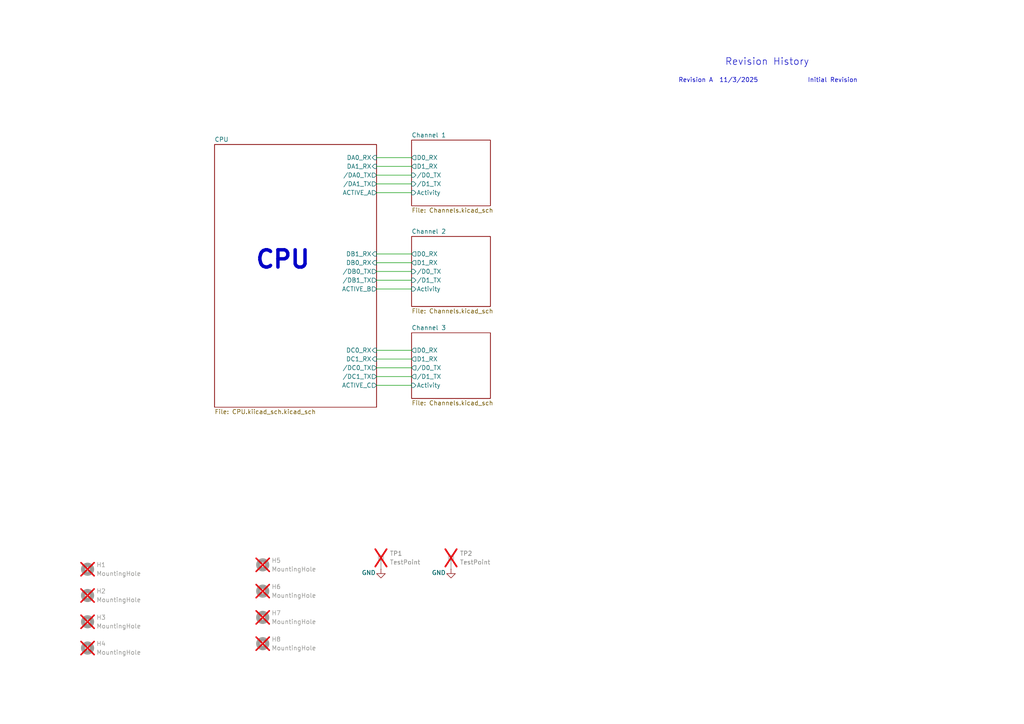
<source format=kicad_sch>
(kicad_sch (version 20231120) (generator "eeschema") (generator_version "8.0")
  (paper "A4")
  (title_block (date "2025-11-10") (rev "A") (comment 1 "JPH"))
  (lib_symbols
    (symbol "Connector:TestPoint" (pin_numbers hide) (pin_names (offset 0.762) hide)
      (property "Reference" "TP" (at 0 6.858 0))
      (property "Value" "TestPoint" (at 0 5.08 0))
      (symbol "TestPoint_0_1"
        (circle (center 0 3.302) (radius 0.762))
      )
      (symbol "TestPoint_1_1"
        (pin passive line (at 0 0 90) (length 2.54) (name "1") (number "1"))
      )
    )
    (symbol "Mechanical:MountingHole" (pin_names (offset 1.016)) (exclude_from_sim yes) (in_bom no)
      (property "Reference" "H" (at 0 5.08 0))
      (property "Value" "MountingHole" (at 0 3.175 0))
      (symbol "MountingHole_0_1"
        (circle (center 0 0) (radius 1.27) (stroke (width 1.27)))
      )
    )
    (symbol "power:GND" (power) (pin_numbers hide) (pin_names (offset 0) hide)
      (property "Value" "GND" (at 0 -3.81 0))
      (symbol "GND_0_1"
        (polyline (pts (xy 0 0) (xy 0 -1.27) (xy 1.27 -1.27) (xy 0 -2.54) (xy -1.27 -1.27) (xy 0 -1.27)))
      )
      (symbol "GND_1_1"
        (pin power_in line (at 0 0 270) (length 0) (name "~") (number "1"))
      )
    )
  )
  (wire (pts (xy 119.38 55.88) (xy 109.22 55.88)))
  (wire (pts (xy 109.22 106.68) (xy 119.38 106.68)))
  (wire (pts (xy 109.22 101.6) (xy 119.38 101.6)))
  (wire (pts (xy 119.38 48.26) (xy 109.22 48.26)))
  (wire (pts (xy 109.22 73.66) (xy 119.38 73.66)))
  (wire (pts (xy 109.22 78.74) (xy 119.38 78.74)))
  (wire (pts (xy 119.38 109.22) (xy 109.22 109.22)))
  (wire (pts (xy 109.22 45.72) (xy 119.38 45.72)))
  (wire (pts (xy 119.38 53.34) (xy 109.22 53.34)))
  (wire (pts (xy 119.38 111.76) (xy 109.22 111.76)))
  (wire (pts (xy 119.38 83.82) (xy 109.22 83.82)))
  (wire (pts (xy 119.38 104.14) (xy 109.22 104.14)))
  (wire (pts (xy 109.22 50.8) (xy 119.38 50.8)))
  (wire (pts (xy 119.38 76.2) (xy 109.22 76.2)))
  (wire (pts (xy 119.38 81.28) (xy 109.22 81.28)))
  (text "Revision A  11/3/2025               Initial Revision" (at 222.758 23.368 0) (effects (font (size 1.27 1.27))))
  (text "Revision History" (at 222.504 18.034 0) (effects (font (size 2 2))))
  (text "CPU" (at 82.042 75.438 0) (effects (font (size 5 5) (thickness 1) (bold yes))))
  (symbol (lib_id "Mechanical:MountingHole") (at 76.2 163.83 0) (unit 1) (exclude_from_sim yes) (in_bom no) (dnp yes)
    (property "Reference" "H5" (at 78.74 162.5599 0) (effects (justify left)))
    (property "Value" "MountingHole" (at 78.74 165.0999 0) (effects (justify left)))
    (property "Footprint" "MountingHole:MountingHole_2.5mm" (effects (hide yes)))
    (property "Description" "Mounting Hole without connection" (effects (hide yes)))
  )
  (symbol (lib_id "Mechanical:MountingHole") (at 76.2 186.69 0) (unit 1) (exclude_from_sim yes) (in_bom no) (dnp yes)
    (property "Reference" "H8" (at 78.74 185.4199 0) (effects (justify left)))
    (property "Value" "MountingHole" (at 78.74 187.9599 0) (effects (justify left)))
    (property "Footprint" "MountingHole:MountingHole_2.5mm" (effects (hide yes)))
    (property "Description" "Mounting Hole without connection" (effects (hide yes)))
  )
  (symbol (lib_id "Mechanical:MountingHole") (at 25.4 187.96 0) (unit 1) (exclude_from_sim yes) (in_bom no) (dnp yes)
    (property "Reference" "H4" (at 27.94 186.6899 0) (effects (justify left)))
    (property "Value" "MountingHole" (at 27.94 189.2299 0) (effects (justify left)))
    (property "Footprint" "MountingHole:MountingHole_3.2mm_M3" (effects (hide yes)))
    (property "Description" "Mounting Hole without connection" (effects (hide yes)))
  )
  (symbol (lib_id "power:GND") (at 130.81 165.1 0) (unit 1)
    (property "Reference" "#PWR056" (effects (hide yes)))
    (property "Value" "GND" (at 127.254 166.116 0))
    (property "Description" "Power symbol creates a global label with name \"GND\" , ground" (effects (hide yes)))
  )
  (symbol (lib_id "Connector:TestPoint") (at 110.49 165.1 0) (unit 1) (dnp yes)
    (property "Reference" "TP1" (at 113.03 160.5279 0) (effects (justify left)))
    (property "Value" "TestPoint" (at 113.03 163.0679 0) (effects (justify left)))
    (property "Footprint" "TestPoint:TestPoint_THTPad_1.5x1.5mm_Drill0.7mm" (effects (hide yes)))
    (property "Description" "test point" (effects (hide yes)))
  )
  (symbol (lib_id "Mechanical:MountingHole") (at 25.4 180.34 0) (unit 1) (exclude_from_sim yes) (in_bom no) (dnp yes)
    (property "Reference" "H3" (at 27.94 179.0699 0) (effects (justify left)))
    (property "Value" "MountingHole" (at 27.94 181.6099 0) (effects (justify left)))
    (property "Footprint" "MountingHole:MountingHole_3.2mm_M3" (effects (hide yes)))
    (property "Description" "Mounting Hole without connection" (effects (hide yes)))
  )
  (symbol (lib_id "Mechanical:MountingHole") (at 25.4 172.72 0) (unit 1) (exclude_from_sim yes) (in_bom no) (dnp yes)
    (property "Reference" "H2" (at 27.94 171.4499 0) (effects (justify left)))
    (property "Value" "MountingHole" (at 27.94 173.9899 0) (effects (justify left)))
    (property "Footprint" "MountingHole:MountingHole_3.2mm_M3" (effects (hide yes)))
    (property "Description" "Mounting Hole without connection" (effects (hide yes)))
  )
  (symbol (lib_id "Connector:TestPoint") (at 130.81 165.1 0) (unit 1) (dnp yes)
    (property "Reference" "TP2" (at 133.35 160.5279 0) (effects (justify left)))
    (property "Value" "TestPoint" (at 133.35 163.0679 0) (effects (justify left)))
    (property "Footprint" "TestPoint:TestPoint_THTPad_1.5x1.5mm_Drill0.7mm" (effects (hide yes)))
    (property "Description" "test point" (effects (hide yes)))
  )
  (symbol (lib_id "Mechanical:MountingHole") (at 25.4 165.1 0) (unit 1) (exclude_from_sim yes) (in_bom no) (dnp yes)
    (property "Reference" "H1" (at 27.94 163.8299 0) (effects (justify left)))
    (property "Value" "MountingHole" (at 27.94 166.3699 0) (effects (justify left)))
    (property "Footprint" "MountingHole:MountingHole_3.2mm_M3" (effects (hide yes)))
    (property "Description" "Mounting Hole without connection" (effects (hide yes)))
  )
  (symbol (lib_id "Mechanical:MountingHole") (at 76.2 171.45 0) (unit 1) (exclude_from_sim yes) (in_bom no) (dnp yes)
    (property "Reference" "H6" (at 78.74 170.1799 0) (effects (justify left)))
    (property "Value" "MountingHole" (at 78.74 172.7199 0) (effects (justify left)))
    (property "Footprint" "MountingHole:MountingHole_2.5mm" (effects (hide yes)))
    (property "Description" "Mounting Hole without connection" (effects (hide yes)))
  )
  (symbol (lib_id "power:GND") (at 110.49 165.1 0) (unit 1)
    (property "Reference" "#PWR053" (effects (hide yes)))
    (property "Value" "GND" (at 106.934 166.116 0))
    (property "Description" "Power symbol creates a global label with name \"GND\" , ground" (effects (hide yes)))
  )
  (symbol (lib_id "Mechanical:MountingHole") (at 76.2 179.07 0) (unit 1) (exclude_from_sim yes) (in_bom no) (dnp yes)
    (property "Reference" "H7" (at 78.74 177.7999 0) (effects (justify left)))
    (property "Value" "MountingHole" (at 78.74 180.3399 0) (effects (justify left)))
    (property "Footprint" "MountingHole:MountingHole_2.5mm" (effects (hide yes)))
    (property "Description" "Mounting Hole without connection" (effects (hide yes)))
  )
  (sheet (at 62.23 41.91) (size 46.99 76.2) (stroke (width 0.1524))
    (property "Sheetname" "CPU" (at 62.23 41.1984 0) (effects (justify left bottom)))
    (property "Sheetfile" "CPU.kiicad_sch.kicad_sch" (at 62.23 118.6946 0) (effects (justify left top)))
    (pin "DC0_RX" input (at 109.22 101.6 0))
    (pin "DC1_RX" input (at 109.22 104.14 0))
    (pin "{slash}DC1_TX" output (at 109.22 109.22 0))
    (pin "{slash}DC0_TX" output (at 109.22 106.68 0))
    (pin "{slash}DA0_TX" output (at 109.22 50.8 0))
    (pin "{slash}DA1_TX" output (at 109.22 53.34 0))
    (pin "DA0_RX" input (at 109.22 45.72 0))
    (pin "DA1_RX" input (at 109.22 48.26 0))
    (pin "{slash}DB0_TX" output (at 109.22 78.74 0))
    (pin "{slash}DB1_TX" output (at 109.22 81.28 0))
    (pin "DB1_RX" input (at 109.22 73.66 0))
    (pin "DB0_RX" input (at 109.22 76.2 0))
    (pin "ACTIVE_A" output (at 109.22 55.88 0))
    (pin "ACTIVE_B" output (at 109.22 83.82 0))
    (pin "ACTIVE_C" output (at 109.22 111.76 0))
  )
  (sheet (at 119.38 40.64) (size 22.86 19.05) (stroke (width 0.1524))
    (property "Sheetname" "Channel 1" (at 119.38 39.9284 0) (effects (justify left bottom)))
    (property "Sheetfile" "Channels.kicad_sch" (at 119.38 60.2746 0) (effects (justify left top)))
    (pin "{slash}D0_TX" input (at 119.38 50.8 180))
    (pin "D1_RX" output (at 119.38 48.26 180))
    (pin "{slash}D1_TX" input (at 119.38 53.34 180))
    (pin "D0_RX" output (at 119.38 45.72 180))
    (pin "Activity" input (at 119.38 55.88 180))
  )
  (sheet (at 119.38 96.52) (size 22.86 19.05) (stroke (width 0.1524))
    (property "Sheetname" "Channel 3" (at 119.38 95.8084 0) (effects (justify left bottom)))
    (property "Sheetfile" "Channels.kicad_sch" (at 119.38 116.1546 0) (effects (justify left top)))
    (pin "{slash}D1_TX" output (at 119.38 109.22 180))
    (pin "{slash}D0_TX" output (at 119.38 106.68 180))
    (pin "D1_RX" output (at 119.38 104.14 180))
    (pin "D0_RX" output (at 119.38 101.6 180))
    (pin "Activity" input (at 119.38 111.76 180))
  )
  (sheet (at 119.38 68.58) (size 22.86 20.32) (stroke (width 0.1524))
    (property "Sheetname" "Channel 2" (at 119.38 67.8684 0) (effects (justify left bottom)))
    (property "Sheetfile" "Channels.kicad_sch" (at 119.38 89.4846 0) (effects (justify left top)))
    (pin "{slash}D0_TX" input (at 119.38 78.74 180))
    (pin "D1_RX" output (at 119.38 76.2 180))
    (pin "{slash}D1_TX" input (at 119.38 81.28 180))
    (pin "D0_RX" output (at 119.38 73.66 180))
    (pin "Activity" input (at 119.38 83.82 180))
  )
)
</source>
